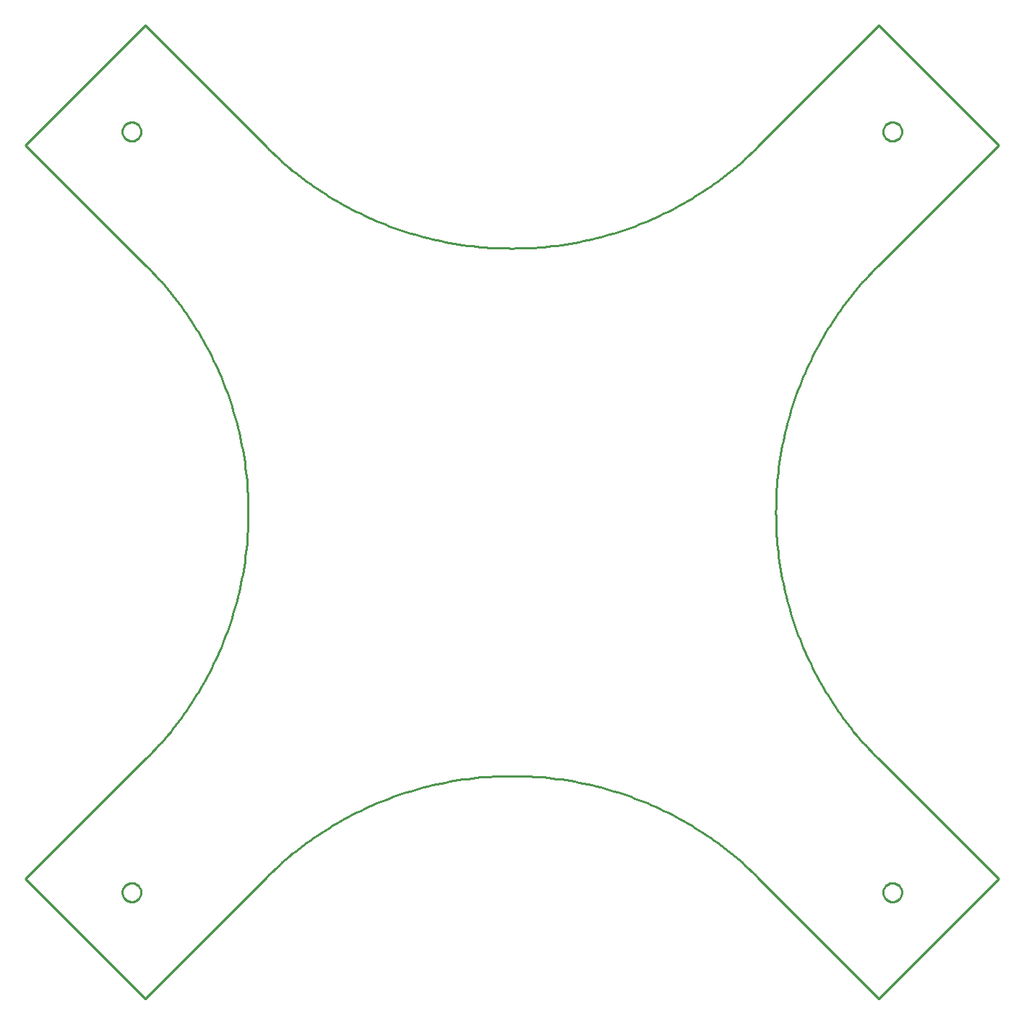
<source format=gbr>
G04 EAGLE Gerber RS-274X export*
G75*
%MOMM*%
%FSLAX34Y34*%
%LPD*%
%IN*%
%IPPOS*%
%AMOC8*
5,1,8,0,0,1.08239X$1,22.5*%
G01*
%ADD10C,0.254000*%


D10*
X-70065Y69943D02*
X-61Y-61D01*
X69943Y-70065D01*
X211364Y71357D01*
X215102Y75047D01*
X218890Y78692D01*
X222723Y82286D01*
X226603Y85831D01*
X230527Y89325D01*
X234495Y92768D01*
X238507Y96159D01*
X242564Y99500D01*
X246663Y102787D01*
X250804Y106022D01*
X254987Y109203D01*
X259208Y112329D01*
X263470Y115400D01*
X267771Y118417D01*
X272112Y121378D01*
X276488Y124282D01*
X280904Y127130D01*
X285354Y129921D01*
X289840Y132654D01*
X294363Y135331D01*
X298919Y137948D01*
X303509Y140506D01*
X308128Y143005D01*
X312783Y145444D01*
X317468Y147824D01*
X322183Y150143D01*
X326928Y152401D01*
X331700Y154598D01*
X336500Y156732D01*
X341327Y158805D01*
X346183Y160817D01*
X351062Y162765D01*
X355968Y164650D01*
X360896Y166472D01*
X365847Y168231D01*
X370823Y169926D01*
X375820Y171557D01*
X380836Y173123D01*
X385869Y174623D01*
X390924Y176060D01*
X395996Y177431D01*
X401085Y178736D01*
X406191Y179976D01*
X411314Y181151D01*
X416452Y182259D01*
X421602Y183301D01*
X426765Y184277D01*
X431941Y185186D01*
X437127Y186028D01*
X442325Y186803D01*
X447532Y187511D01*
X452750Y188153D01*
X457974Y188727D01*
X463204Y189233D01*
X468441Y189672D01*
X473683Y190044D01*
X478927Y190348D01*
X484178Y190585D01*
X489432Y190754D01*
X494686Y190855D01*
X499939Y190889D01*
X505192Y190855D01*
X510447Y190754D01*
X515699Y190585D01*
X520949Y190348D01*
X526194Y190044D01*
X531435Y189672D01*
X536670Y189233D01*
X541901Y188727D01*
X547123Y188153D01*
X552339Y187512D01*
X557546Y186804D01*
X562741Y186029D01*
X567926Y185187D01*
X573101Y184279D01*
X578265Y183304D01*
X583413Y182262D01*
X588549Y181154D01*
X593669Y179981D01*
X598774Y178741D01*
X603865Y177436D01*
X608936Y176065D01*
X613991Y174629D01*
X619024Y173128D01*
X624040Y171563D01*
X629036Y169932D01*
X634010Y168238D01*
X638962Y166480D01*
X643890Y164658D01*
X648793Y162774D01*
X653672Y160826D01*
X658528Y158815D01*
X663355Y156742D01*
X668158Y154607D01*
X672931Y152410D01*
X677675Y150153D01*
X682392Y147833D01*
X687079Y145453D01*
X691733Y143013D01*
X696353Y140515D01*
X700943Y137957D01*
X705499Y135340D01*
X710021Y132664D01*
X714508Y129931D01*
X718961Y127139D01*
X723378Y124290D01*
X727756Y121385D01*
X732097Y118423D01*
X736400Y115406D01*
X740662Y112335D01*
X744886Y109207D01*
X749068Y106026D01*
X753212Y102790D01*
X757311Y99502D01*
X761368Y96162D01*
X765381Y92770D01*
X769351Y89326D01*
X773274Y85832D01*
X777155Y82286D01*
X780989Y78691D01*
X784776Y75048D01*
X788514Y71357D01*
X929936Y-70065D01*
X999939Y-61D01*
X1069943Y69943D01*
X928521Y211364D01*
X924831Y215102D01*
X921186Y218890D01*
X917592Y222723D01*
X914047Y226603D01*
X910553Y230527D01*
X907110Y234495D01*
X903719Y238507D01*
X900379Y242564D01*
X897091Y246663D01*
X893856Y250804D01*
X890675Y254987D01*
X887550Y259208D01*
X884478Y263470D01*
X881462Y267771D01*
X878500Y272112D01*
X875596Y276489D01*
X872748Y280904D01*
X869957Y285354D01*
X867224Y289840D01*
X864548Y294363D01*
X861931Y298919D01*
X859372Y303509D01*
X856874Y308129D01*
X854434Y312783D01*
X852054Y317468D01*
X849735Y322183D01*
X847477Y326928D01*
X845281Y331701D01*
X843146Y336500D01*
X841073Y341327D01*
X839062Y346183D01*
X837114Y351062D01*
X835228Y355968D01*
X833406Y360896D01*
X831648Y365847D01*
X829952Y370823D01*
X828321Y375820D01*
X826755Y380836D01*
X825255Y385869D01*
X823818Y390924D01*
X822447Y395996D01*
X821142Y401085D01*
X819902Y406191D01*
X818727Y411314D01*
X817619Y416452D01*
X816577Y421602D01*
X815601Y426766D01*
X814693Y431941D01*
X813851Y437127D01*
X813075Y442325D01*
X812367Y447532D01*
X811726Y452750D01*
X811152Y457974D01*
X810645Y463204D01*
X810206Y468441D01*
X809834Y473683D01*
X809530Y478927D01*
X809294Y484178D01*
X809125Y489433D01*
X809023Y494686D01*
X808990Y499939D01*
X809023Y505192D01*
X809125Y510447D01*
X809294Y515699D01*
X809530Y520950D01*
X809834Y526195D01*
X810206Y531435D01*
X810645Y536670D01*
X811151Y541901D01*
X811725Y547124D01*
X812366Y552339D01*
X813074Y557546D01*
X813849Y562741D01*
X814691Y567927D01*
X815599Y573101D01*
X816575Y578265D01*
X817616Y583413D01*
X818724Y588549D01*
X819897Y593669D01*
X821137Y598774D01*
X822443Y603865D01*
X823813Y608937D01*
X825250Y613991D01*
X826750Y619024D01*
X828316Y624041D01*
X829946Y629036D01*
X831640Y634010D01*
X833399Y638962D01*
X835220Y643890D01*
X837105Y648793D01*
X839052Y653672D01*
X841063Y658528D01*
X843136Y663356D01*
X845272Y668158D01*
X847468Y672931D01*
X849726Y677675D01*
X852045Y682392D01*
X854425Y687079D01*
X856865Y691733D01*
X859363Y696353D01*
X861921Y700943D01*
X864538Y705499D01*
X867214Y710021D01*
X869947Y714508D01*
X872739Y718961D01*
X875589Y723378D01*
X878494Y727756D01*
X881455Y732097D01*
X884472Y736400D01*
X887543Y740662D01*
X890671Y744886D01*
X893852Y749069D01*
X897088Y753212D01*
X900376Y757312D01*
X903716Y761368D01*
X907109Y765381D01*
X910553Y769351D01*
X914046Y773274D01*
X917592Y777155D01*
X921188Y780989D01*
X924830Y784776D01*
X928521Y788514D01*
X1069943Y929936D01*
X999939Y999939D01*
X929936Y1069943D01*
X788514Y928522D01*
X784776Y924831D01*
X780988Y921187D01*
X777155Y917592D01*
X773275Y914047D01*
X769352Y910553D01*
X765383Y907111D01*
X761371Y903719D01*
X757314Y900379D01*
X753216Y897091D01*
X749074Y893857D01*
X744891Y890675D01*
X740670Y887550D01*
X736408Y884479D01*
X732107Y881462D01*
X727766Y878500D01*
X723390Y875597D01*
X718974Y872748D01*
X714524Y869958D01*
X710038Y867224D01*
X705515Y864548D01*
X700959Y861931D01*
X696369Y859372D01*
X691750Y856874D01*
X687096Y854434D01*
X682410Y852055D01*
X677695Y849736D01*
X672950Y847477D01*
X668178Y845281D01*
X663378Y843146D01*
X658551Y841074D01*
X653695Y839062D01*
X648816Y837114D01*
X643910Y835228D01*
X638982Y833406D01*
X634031Y831648D01*
X629056Y829953D01*
X624058Y828322D01*
X619042Y826756D01*
X614009Y825255D01*
X608954Y823819D01*
X603882Y822448D01*
X598793Y821142D01*
X593687Y819902D01*
X588564Y818727D01*
X583426Y817619D01*
X578276Y816577D01*
X573113Y815602D01*
X567937Y814693D01*
X562752Y813851D01*
X557553Y813075D01*
X552346Y812367D01*
X547129Y811726D01*
X541904Y811152D01*
X536674Y810645D01*
X531438Y810206D01*
X526195Y809835D01*
X520951Y809531D01*
X515700Y809294D01*
X510446Y809125D01*
X505192Y809024D01*
X499939Y808990D01*
X494686Y809024D01*
X489431Y809125D01*
X484179Y809294D01*
X478929Y809530D01*
X473684Y809834D01*
X468443Y810206D01*
X463208Y810645D01*
X457978Y811151D01*
X452755Y811725D01*
X447539Y812366D01*
X442332Y813074D01*
X437137Y813849D01*
X431952Y814691D01*
X426777Y815600D01*
X421613Y816575D01*
X416466Y817616D01*
X411329Y818724D01*
X406209Y819898D01*
X401104Y821137D01*
X396013Y822443D01*
X390942Y823814D01*
X385887Y825250D01*
X380854Y826750D01*
X375838Y828316D01*
X370842Y829946D01*
X365868Y831641D01*
X360916Y833399D01*
X355988Y835220D01*
X351085Y837105D01*
X346207Y839052D01*
X341350Y841064D01*
X336523Y843136D01*
X331720Y845272D01*
X326947Y847468D01*
X322203Y849726D01*
X317486Y852045D01*
X312799Y854426D01*
X308145Y856865D01*
X303525Y859363D01*
X298935Y861922D01*
X294379Y864539D01*
X289857Y867214D01*
X285370Y869948D01*
X280917Y872740D01*
X276500Y875589D01*
X272122Y878494D01*
X267781Y881455D01*
X263479Y884472D01*
X259216Y887544D01*
X254992Y890671D01*
X250810Y893852D01*
X246667Y897088D01*
X242567Y900376D01*
X238510Y903717D01*
X234497Y907109D01*
X230527Y910553D01*
X226604Y914046D01*
X222724Y917592D01*
X218889Y921188D01*
X215103Y924831D01*
X211364Y928522D01*
X69943Y1069943D01*
X-61Y999939D01*
X-70065Y929936D01*
X71357Y788514D01*
X75047Y784776D01*
X78692Y780988D01*
X82286Y777155D01*
X85831Y773275D01*
X89325Y769352D01*
X92768Y765383D01*
X96159Y761371D01*
X99500Y757315D01*
X102787Y753216D01*
X106022Y749075D01*
X109203Y744892D01*
X112329Y740670D01*
X115400Y736409D01*
X118416Y732107D01*
X121378Y727766D01*
X124282Y723390D01*
X127130Y718975D01*
X129921Y714524D01*
X132654Y710038D01*
X135331Y705515D01*
X137948Y700960D01*
X140506Y696370D01*
X143004Y691750D01*
X145444Y687096D01*
X147824Y682410D01*
X150143Y677695D01*
X152401Y672951D01*
X154598Y668178D01*
X156732Y663378D01*
X158805Y658552D01*
X160816Y653695D01*
X162764Y648816D01*
X164650Y643910D01*
X166472Y638982D01*
X168230Y634031D01*
X169926Y629056D01*
X171557Y624059D01*
X173123Y619042D01*
X174623Y614009D01*
X176060Y608955D01*
X177431Y603882D01*
X178736Y598793D01*
X179976Y593687D01*
X181151Y588564D01*
X182259Y583426D01*
X183301Y578277D01*
X184277Y573113D01*
X185186Y567937D01*
X186028Y562752D01*
X186803Y557553D01*
X187511Y552346D01*
X188153Y547129D01*
X188727Y541904D01*
X189233Y536674D01*
X189672Y531438D01*
X190044Y526195D01*
X190348Y520951D01*
X190584Y515700D01*
X190753Y510446D01*
X190855Y505193D01*
X190889Y499939D01*
X190855Y494686D01*
X190753Y489431D01*
X190584Y484179D01*
X190348Y478929D01*
X190044Y473684D01*
X189672Y468443D01*
X189233Y463208D01*
X188727Y457978D01*
X188153Y452755D01*
X187512Y447539D01*
X186804Y442332D01*
X186029Y437137D01*
X185187Y431952D01*
X184279Y426777D01*
X183303Y421614D01*
X182262Y416466D01*
X181154Y411330D01*
X179981Y406209D01*
X178741Y401104D01*
X177435Y396014D01*
X176065Y390942D01*
X174629Y385887D01*
X173128Y380854D01*
X171562Y375838D01*
X169932Y370842D01*
X168238Y365868D01*
X166479Y360916D01*
X164658Y355988D01*
X162774Y351085D01*
X160826Y346207D01*
X158815Y341350D01*
X156742Y336523D01*
X154606Y331720D01*
X152410Y326947D01*
X150153Y322203D01*
X147833Y317486D01*
X145453Y312799D01*
X143013Y308145D01*
X140515Y303525D01*
X137957Y298935D01*
X135340Y294379D01*
X132664Y289858D01*
X129931Y285370D01*
X127139Y280917D01*
X124289Y276500D01*
X121385Y272122D01*
X118423Y267781D01*
X115406Y263479D01*
X112335Y259216D01*
X109207Y254992D01*
X106026Y250810D01*
X102790Y246667D01*
X99502Y242567D01*
X96162Y238510D01*
X92770Y234497D01*
X89325Y230527D01*
X85832Y226604D01*
X82286Y222724D01*
X78691Y218889D01*
X75048Y215103D01*
X71357Y211364D01*
X-70065Y69943D01*
X65300Y53868D02*
X65300Y54732D01*
X65232Y55594D01*
X65097Y56448D01*
X64895Y57288D01*
X64628Y58110D01*
X64297Y58909D01*
X63905Y59679D01*
X63453Y60416D01*
X62945Y61115D01*
X62384Y61773D01*
X61773Y62384D01*
X61115Y62945D01*
X60416Y63453D01*
X59679Y63905D01*
X58909Y64297D01*
X58110Y64628D01*
X57288Y64895D01*
X56448Y65097D01*
X55594Y65232D01*
X54732Y65300D01*
X53868Y65300D01*
X53006Y65232D01*
X52152Y65097D01*
X51312Y64895D01*
X50490Y64628D01*
X49691Y64297D01*
X48921Y63905D01*
X48184Y63453D01*
X47485Y62945D01*
X46827Y62384D01*
X46216Y61773D01*
X45655Y61115D01*
X45147Y60416D01*
X44695Y59679D01*
X44303Y58909D01*
X43972Y58110D01*
X43705Y57288D01*
X43503Y56448D01*
X43368Y55594D01*
X43300Y54732D01*
X43300Y53868D01*
X43368Y53006D01*
X43503Y52152D01*
X43705Y51312D01*
X43972Y50490D01*
X44303Y49691D01*
X44695Y48921D01*
X45147Y48184D01*
X45655Y47485D01*
X46216Y46827D01*
X46827Y46216D01*
X47485Y45655D01*
X48184Y45147D01*
X48921Y44695D01*
X49691Y44303D01*
X50490Y43972D01*
X51312Y43705D01*
X52152Y43503D01*
X53006Y43368D01*
X53868Y43300D01*
X54732Y43300D01*
X55594Y43368D01*
X56448Y43503D01*
X57288Y43705D01*
X58110Y43972D01*
X58909Y44303D01*
X59679Y44695D01*
X60416Y45147D01*
X61115Y45655D01*
X61773Y46216D01*
X62384Y46827D01*
X62945Y47485D01*
X63453Y48184D01*
X63905Y48921D01*
X64297Y49691D01*
X64628Y50490D01*
X64895Y51312D01*
X65097Y52152D01*
X65232Y53006D01*
X65300Y53868D01*
X956700Y53868D02*
X956700Y54732D01*
X956632Y55594D01*
X956497Y56448D01*
X956295Y57288D01*
X956028Y58110D01*
X955697Y58909D01*
X955305Y59679D01*
X954853Y60416D01*
X954345Y61115D01*
X953784Y61773D01*
X953173Y62384D01*
X952515Y62945D01*
X951816Y63453D01*
X951079Y63905D01*
X950309Y64297D01*
X949510Y64628D01*
X948688Y64895D01*
X947848Y65097D01*
X946994Y65232D01*
X946132Y65300D01*
X945268Y65300D01*
X944406Y65232D01*
X943552Y65097D01*
X942712Y64895D01*
X941890Y64628D01*
X941091Y64297D01*
X940321Y63905D01*
X939584Y63453D01*
X938885Y62945D01*
X938227Y62384D01*
X937616Y61773D01*
X937055Y61115D01*
X936547Y60416D01*
X936095Y59679D01*
X935703Y58909D01*
X935372Y58110D01*
X935105Y57288D01*
X934903Y56448D01*
X934768Y55594D01*
X934700Y54732D01*
X934700Y53868D01*
X934768Y53006D01*
X934903Y52152D01*
X935105Y51312D01*
X935372Y50490D01*
X935703Y49691D01*
X936095Y48921D01*
X936547Y48184D01*
X937055Y47485D01*
X937616Y46827D01*
X938227Y46216D01*
X938885Y45655D01*
X939584Y45147D01*
X940321Y44695D01*
X941091Y44303D01*
X941890Y43972D01*
X942712Y43705D01*
X943552Y43503D01*
X944406Y43368D01*
X945268Y43300D01*
X946132Y43300D01*
X946994Y43368D01*
X947848Y43503D01*
X948688Y43705D01*
X949510Y43972D01*
X950309Y44303D01*
X951079Y44695D01*
X951816Y45147D01*
X952515Y45655D01*
X953173Y46216D01*
X953784Y46827D01*
X954345Y47485D01*
X954853Y48184D01*
X955305Y48921D01*
X955697Y49691D01*
X956028Y50490D01*
X956295Y51312D01*
X956497Y52152D01*
X956632Y53006D01*
X956700Y53868D01*
X65300Y945268D02*
X65300Y946132D01*
X65232Y946994D01*
X65097Y947848D01*
X64895Y948688D01*
X64628Y949510D01*
X64297Y950309D01*
X63905Y951079D01*
X63453Y951816D01*
X62945Y952515D01*
X62384Y953173D01*
X61773Y953784D01*
X61115Y954345D01*
X60416Y954853D01*
X59679Y955305D01*
X58909Y955697D01*
X58110Y956028D01*
X57288Y956295D01*
X56448Y956497D01*
X55594Y956632D01*
X54732Y956700D01*
X53868Y956700D01*
X53006Y956632D01*
X52152Y956497D01*
X51312Y956295D01*
X50490Y956028D01*
X49691Y955697D01*
X48921Y955305D01*
X48184Y954853D01*
X47485Y954345D01*
X46827Y953784D01*
X46216Y953173D01*
X45655Y952515D01*
X45147Y951816D01*
X44695Y951079D01*
X44303Y950309D01*
X43972Y949510D01*
X43705Y948688D01*
X43503Y947848D01*
X43368Y946994D01*
X43300Y946132D01*
X43300Y945268D01*
X43368Y944406D01*
X43503Y943552D01*
X43705Y942712D01*
X43972Y941890D01*
X44303Y941091D01*
X44695Y940321D01*
X45147Y939584D01*
X45655Y938885D01*
X46216Y938227D01*
X46827Y937616D01*
X47485Y937055D01*
X48184Y936547D01*
X48921Y936095D01*
X49691Y935703D01*
X50490Y935372D01*
X51312Y935105D01*
X52152Y934903D01*
X53006Y934768D01*
X53868Y934700D01*
X54732Y934700D01*
X55594Y934768D01*
X56448Y934903D01*
X57288Y935105D01*
X58110Y935372D01*
X58909Y935703D01*
X59679Y936095D01*
X60416Y936547D01*
X61115Y937055D01*
X61773Y937616D01*
X62384Y938227D01*
X62945Y938885D01*
X63453Y939584D01*
X63905Y940321D01*
X64297Y941091D01*
X64628Y941890D01*
X64895Y942712D01*
X65097Y943552D01*
X65232Y944406D01*
X65300Y945268D01*
X956700Y945268D02*
X956700Y946132D01*
X956632Y946994D01*
X956497Y947848D01*
X956295Y948688D01*
X956028Y949510D01*
X955697Y950309D01*
X955305Y951079D01*
X954853Y951816D01*
X954345Y952515D01*
X953784Y953173D01*
X953173Y953784D01*
X952515Y954345D01*
X951816Y954853D01*
X951079Y955305D01*
X950309Y955697D01*
X949510Y956028D01*
X948688Y956295D01*
X947848Y956497D01*
X946994Y956632D01*
X946132Y956700D01*
X945268Y956700D01*
X944406Y956632D01*
X943552Y956497D01*
X942712Y956295D01*
X941890Y956028D01*
X941091Y955697D01*
X940321Y955305D01*
X939584Y954853D01*
X938885Y954345D01*
X938227Y953784D01*
X937616Y953173D01*
X937055Y952515D01*
X936547Y951816D01*
X936095Y951079D01*
X935703Y950309D01*
X935372Y949510D01*
X935105Y948688D01*
X934903Y947848D01*
X934768Y946994D01*
X934700Y946132D01*
X934700Y945268D01*
X934768Y944406D01*
X934903Y943552D01*
X935105Y942712D01*
X935372Y941890D01*
X935703Y941091D01*
X936095Y940321D01*
X936547Y939584D01*
X937055Y938885D01*
X937616Y938227D01*
X938227Y937616D01*
X938885Y937055D01*
X939584Y936547D01*
X940321Y936095D01*
X941091Y935703D01*
X941890Y935372D01*
X942712Y935105D01*
X943552Y934903D01*
X944406Y934768D01*
X945268Y934700D01*
X946132Y934700D01*
X946994Y934768D01*
X947848Y934903D01*
X948688Y935105D01*
X949510Y935372D01*
X950309Y935703D01*
X951079Y936095D01*
X951816Y936547D01*
X952515Y937055D01*
X953173Y937616D01*
X953784Y938227D01*
X954345Y938885D01*
X954853Y939584D01*
X955305Y940321D01*
X955697Y941091D01*
X956028Y941890D01*
X956295Y942712D01*
X956497Y943552D01*
X956632Y944406D01*
X956700Y945268D01*
M02*

</source>
